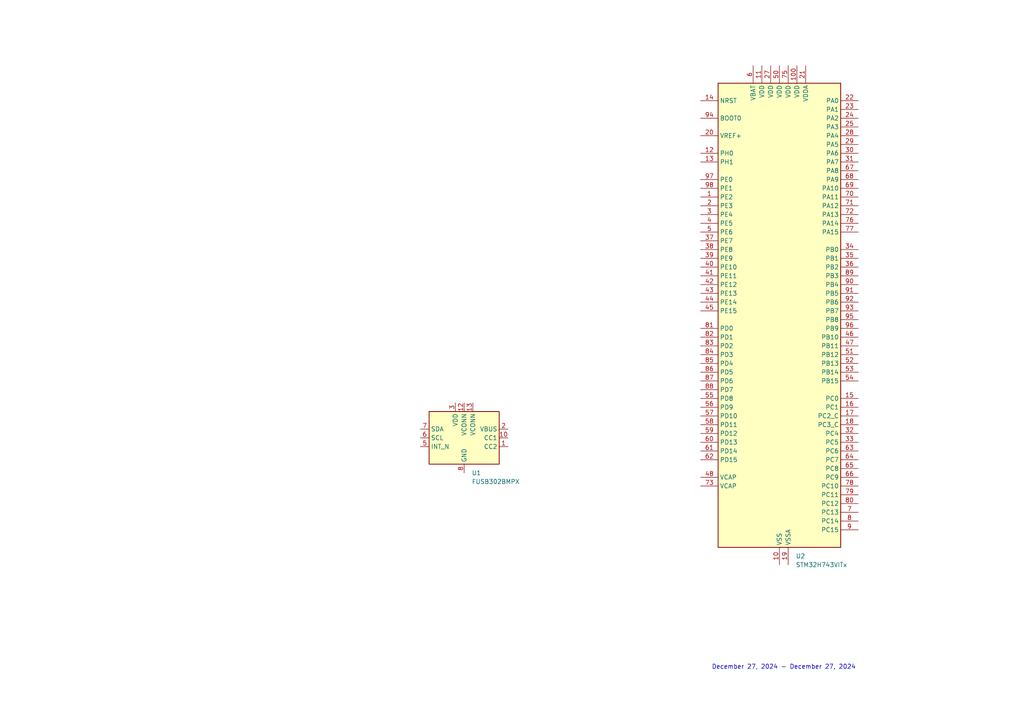
<source format=kicad_sch>
(kicad_sch (version 20231120) (generator "eeschema") (generator_version "8.0")
  (paper "A4")
  (lib_symbols
    (symbol "Interface_USB:FUSB302BMPX"
      (property "Reference" "U" (at -10.16 8.89 0))
      (property "Value" "FUSB302BMPX" (at 3.81 8.89 0))
      (symbol "FUSB302BMPX_0_1"
        (rectangle (start -10.16 7.62) (end 10.16 -7.62) (stroke (width 0.254)) (fill (type background)))
      )
      (symbol "FUSB302BMPX_1_1"
        (pin bidirectional line (at 12.7 -2.54 180) (length 2.54) (name "CC2") (number "1"))
        (pin bidirectional line (at 12.7 0 180) (length 2.54) (name "CC1") (number "10"))
        (pin bidirectional line (at 12.7 0 180) (length 2.54) hide (name "CC1") (number "11"))
        (pin power_in line (at 0 10.16 270) (length 2.54) (name "VCONN") (number "12"))
        (pin power_in line (at 2.54 10.16 270) (length 2.54) (name "VCONN") (number "13"))
        (pin bidirectional line (at 12.7 -2.54 180) (length 2.54) hide (name "CC2") (number "14"))
        (pin passive line (at 0 -10.16 90) (length 2.54) hide (name "GND") (number "15"))
        (pin input line (at 12.7 2.54 180) (length 2.54) (name "VBUS") (number "2"))
        (pin power_in line (at -2.54 10.16 270) (length 2.54) (name "VDD") (number "3"))
        (pin passive line (at -2.54 10.16 270) (length 2.54) hide (name "VDD") (number "4"))
        (pin open_collector line (at -12.7 -2.54 0) (length 2.54) (name "INT_N") (number "5"))
        (pin input line (at -12.7 0 0) (length 2.54) (name "SCL") (number "6"))
        (pin bidirectional line (at -12.7 2.54 0) (length 2.54) (name "SDA") (number "7"))
        (pin power_in line (at 0 -10.16 90) (length 2.54) (name "GND") (number "8"))
        (pin passive line (at 0 -10.16 90) (length 2.54) hide (name "GND") (number "9"))
      )
    )
    (symbol "MCU_ST_STM32H7:STM32H743VITx"
      (property "Reference" "U" (at -17.78 69.85 0))
      (property "Value" "STM32H743VITx" (at 10.16 69.85 0))
      (symbol "STM32H743VITx_0_1"
        (rectangle (start -17.78 -66.04) (end 17.78 68.58) (stroke (width 0.254)) (fill (type background)))
      )
      (symbol "STM32H743VITx_1_1"
        (pin bidirectional line (at -22.86 35.56 0) (length 5.08) (name "PE2") (number "1"))
        (pin power_in line (at 0 -71.12 90) (length 5.08) (name "VSS") (number "10"))
        (pin power_in line (at 5.08 73.66 270) (length 5.08) (name "VDD") (number "100"))
        (pin power_in line (at -5.08 73.66 270) (length 5.08) (name "VDD") (number "11"))
        (pin bidirectional line (at -22.86 48.26 0) (length 5.08) (name "PH0") (number "12"))
        (pin bidirectional line (at -22.86 45.72 0) (length 5.08) (name "PH1") (number "13"))
        (pin input line (at -22.86 63.5 0) (length 5.08) (name "NRST") (number "14"))
        (pin bidirectional line (at 22.86 -22.86 180) (length 5.08) (name "PC0") (number "15"))
        (pin bidirectional line (at 22.86 -25.4 180) (length 5.08) (name "PC1") (number "16"))
        (pin bidirectional line (at 22.86 -27.94 180) (length 5.08) (name "PC2_C") (number "17"))
        (pin bidirectional line (at 22.86 -30.48 180) (length 5.08) (name "PC3_C") (number "18"))
        (pin power_in line (at 2.54 -71.12 90) (length 5.08) (name "VSSA") (number "19"))
        (pin bidirectional line (at -22.86 33.02 0) (length 5.08) (name "PE3") (number "2"))
        (pin input line (at -22.86 53.34 0) (length 5.08) (name "VREF+") (number "20"))
        (pin power_in line (at 7.62 73.66 270) (length 5.08) (name "VDDA") (number "21"))
        (pin bidirectional line (at 22.86 63.5 180) (length 5.08) (name "PA0") (number "22"))
        (pin bidirectional line (at 22.86 60.96 180) (length 5.08) (name "PA1") (number "23"))
        (pin bidirectional line (at 22.86 58.42 180) (length 5.08) (name "PA2") (number "24"))
        (pin bidirectional line (at 22.86 55.88 180) (length 5.08) (name "PA3") (number "25"))
        (pin passive line (at 0 -71.12 90) (length 5.08) hide (name "VSS") (number "26"))
        (pin power_in line (at -2.54 73.66 270) (length 5.08) (name "VDD") (number "27"))
        (pin bidirectional line (at 22.86 53.34 180) (length 5.08) (name "PA4") (number "28"))
        (pin bidirectional line (at 22.86 50.8 180) (length 5.08) (name "PA5") (number "29"))
        (pin bidirectional line (at -22.86 30.48 0) (length 5.08) (name "PE4") (number "3"))
        (pin bidirectional line (at 22.86 48.26 180) (length 5.08) (name "PA6") (number "30"))
        (pin bidirectional line (at 22.86 45.72 180) (length 5.08) (name "PA7") (number "31"))
        (pin bidirectional line (at 22.86 -33.02 180) (length 5.08) (name "PC4") (number "32"))
        (pin bidirectional line (at 22.86 -35.56 180) (length 5.08) (name "PC5") (number "33"))
        (pin bidirectional line (at 22.86 20.32 180) (length 5.08) (name "PB0") (number "34"))
        (pin bidirectional line (at 22.86 17.78 180) (length 5.08) (name "PB1") (number "35"))
        (pin bidirectional line (at 22.86 15.24 180) (length 5.08) (name "PB2") (number "36"))
        (pin bidirectional line (at -22.86 22.86 0) (length 5.08) (name "PE7") (number "37"))
        (pin bidirectional line (at -22.86 20.32 0) (length 5.08) (name "PE8") (number "38"))
        (pin bidirectional line (at -22.86 17.78 0) (length 5.08) (name "PE9") (number "39"))
        (pin bidirectional line (at -22.86 27.94 0) (length 5.08) (name "PE5") (number "4"))
        (pin bidirectional line (at -22.86 15.24 0) (length 5.08) (name "PE10") (number "40"))
        (pin bidirectional line (at -22.86 12.7 0) (length 5.08) (name "PE11") (number "41"))
        (pin bidirectional line (at -22.86 10.16 0) (length 5.08) (name "PE12") (number "42"))
        (pin bidirectional line (at -22.86 7.62 0) (length 5.08) (name "PE13") (number "43"))
        (pin bidirectional line (at -22.86 5.08 0) (length 5.08) (name "PE14") (number "44"))
        (pin bidirectional line (at -22.86 2.54 0) (length 5.08) (name "PE15") (number "45"))
        (pin bidirectional line (at 22.86 -5.08 180) (length 5.08) (name "PB10") (number "46"))
        (pin bidirectional line (at 22.86 -7.62 180) (length 5.08) (name "PB11") (number "47"))
        (pin power_out line (at -22.86 -45.72 0) (length 5.08) (name "VCAP") (number "48"))
        (pin passive line (at 0 -71.12 90) (length 5.08) hide (name "VSS") (number "49"))
        (pin bidirectional line (at -22.86 25.4 0) (length 5.08) (name "PE6") (number "5"))
        (pin power_in line (at 0 73.66 270) (length 5.08) (name "VDD") (number "50"))
        (pin bidirectional line (at 22.86 -10.16 180) (length 5.08) (name "PB12") (number "51"))
        (pin bidirectional line (at 22.86 -12.7 180) (length 5.08) (name "PB13") (number "52"))
        (pin bidirectional line (at 22.86 -15.24 180) (length 5.08) (name "PB14") (number "53"))
        (pin bidirectional line (at 22.86 -17.78 180) (length 5.08) (name "PB15") (number "54"))
        (pin bidirectional line (at -22.86 -22.86 0) (length 5.08) (name "PD8") (number "55"))
        (pin bidirectional line (at -22.86 -25.4 0) (length 5.08) (name "PD9") (number "56"))
        (pin bidirectional line (at -22.86 -27.94 0) (length 5.08) (name "PD10") (number "57"))
        (pin bidirectional line (at -22.86 -30.48 0) (length 5.08) (name "PD11") (number "58"))
        (pin bidirectional line (at -22.86 -33.02 0) (length 5.08) (name "PD12") (number "59"))
        (pin power_in line (at -7.62 73.66 270) (length 5.08) (name "VBAT") (number "6"))
        (pin bidirectional line (at -22.86 -35.56 0) (length 5.08) (name "PD13") (number "60"))
        (pin bidirectional line (at -22.86 -38.1 0) (length 5.08) (name "PD14") (number "61"))
        (pin bidirectional line (at -22.86 -40.64 0) (length 5.08) (name "PD15") (number "62"))
        (pin bidirectional line (at 22.86 -38.1 180) (length 5.08) (name "PC6") (number "63"))
        (pin bidirectional line (at 22.86 -40.64 180) (length 5.08) (name "PC7") (number "64"))
        (pin bidirectional line (at 22.86 -43.18 180) (length 5.08) (name "PC8") (number "65"))
        (pin bidirectional line (at 22.86 -45.72 180) (length 5.08) (name "PC9") (number "66"))
        (pin bidirectional line (at 22.86 43.18 180) (length 5.08) (name "PA8") (number "67"))
        (pin bidirectional line (at 22.86 40.64 180) (length 5.08) (name "PA9") (number "68"))
        (pin bidirectional line (at 22.86 38.1 180) (length 5.08) (name "PA10") (number "69"))
        (pin bidirectional line (at 22.86 -55.88 180) (length 5.08) (name "PC13") (number "7"))
        (pin bidirectional line (at 22.86 35.56 180) (length 5.08) (name "PA11") (number "70"))
        (pin bidirectional line (at 22.86 33.02 180) (length 5.08) (name "PA12") (number "71"))
        (pin bidirectional line (at 22.86 30.48 180) (length 5.08) (name "PA13") (number "72"))
        (pin power_out line (at -22.86 -48.26 0) (length 5.08) (name "VCAP") (number "73"))
        (pin passive line (at 0 -71.12 90) (length 5.08) hide (name "VSS") (number "74"))
        (pin power_in line (at 2.54 73.66 270) (length 5.08) (name "VDD") (number "75"))
        (pin bidirectional line (at 22.86 27.94 180) (length 5.08) (name "PA14") (number "76"))
        (pin bidirectional line (at 22.86 25.4 180) (length 5.08) (name "PA15") (number "77"))
        (pin bidirectional line (at 22.86 -48.26 180) (length 5.08) (name "PC10") (number "78"))
        (pin bidirectional line (at 22.86 -50.8 180) (length 5.08) (name "PC11") (number "79"))
        (pin bidirectional line (at 22.86 -58.42 180) (length 5.08) (name "PC14") (number "8"))
        (pin bidirectional line (at 22.86 -53.34 180) (length 5.08) (name "PC12") (number "80"))
        (pin bidirectional line (at -22.86 -2.54 0) (length 5.08) (name "PD0") (number "81"))
        (pin bidirectional line (at -22.86 -5.08 0) (length 5.08) (name "PD1") (number "82"))
        (pin bidirectional line (at -22.86 -7.62 0) (length 5.08) (name "PD2") (number "83"))
        (pin bidirectional line (at -22.86 -10.16 0) (length 5.08) (name "PD3") (number "84"))
        (pin bidirectional line (at -22.86 -12.7 0) (length 5.08) (name "PD4") (number "85"))
        (pin bidirectional line (at -22.86 -15.24 0) (length 5.08) (name "PD5") (number "86"))
        (pin bidirectional line (at -22.86 -17.78 0) (length 5.08) (name "PD6") (number "87"))
        (pin bidirectional line (at -22.86 -20.32 0) (length 5.08) (name "PD7") (number "88"))
        (pin bidirectional line (at 22.86 12.7 180) (length 5.08) (name "PB3") (number "89"))
        (pin bidirectional line (at 22.86 -60.96 180) (length 5.08) (name "PC15") (number "9"))
        (pin bidirectional line (at 22.86 10.16 180) (length 5.08) (name "PB4") (number "90"))
        (pin bidirectional line (at 22.86 7.62 180) (length 5.08) (name "PB5") (number "91"))
        (pin bidirectional line (at 22.86 5.08 180) (length 5.08) (name "PB6") (number "92"))
        (pin bidirectional line (at 22.86 2.54 180) (length 5.08) (name "PB7") (number "93"))
        (pin input line (at -22.86 58.42 0) (length 5.08) (name "BOOT0") (number "94"))
        (pin bidirectional line (at 22.86 0 180) (length 5.08) (name "PB8") (number "95"))
        (pin bidirectional line (at 22.86 -2.54 180) (length 5.08) (name "PB9") (number "96"))
        (pin bidirectional line (at -22.86 40.64 0) (length 5.08) (name "PE0") (number "97"))
        (pin bidirectional line (at -22.86 38.1 0) (length 5.08) (name "PE1") (number "98"))
        (pin passive line (at 0 -71.12 90) (length 5.08) hide (name "VSS") (number "99"))
      )
    )
  )
  (text "December 27, 2024 - December 27, 2024" (at 227.33 193.548 0) (effects (font (size 1.27 1.27))))
  (symbol (lib_id "MCU_ST_STM32H7:STM32H743VITx") (at 226.06 92.71 0) (unit 1)
    (property "Reference" "U2" (at 230.7941 161.29 0) (effects (justify left)))
    (property "Value" "STM32H743VITx" (at 230.7941 163.83 0) (effects (justify left)))
    (property "Footprint" "Package_QFP:LQFP-100_14x14mm_P0.5mm" (effects (hide yes)))
    (property "Datasheet" "https://www.st.com/resource/en/datasheet/stm32h743vi.pdf" (effects (hide yes)))
    (property "Description" "STMicroelectronics Arm Cortex-M7 MCU, 2048KB flash, 1024KB RAM, 480 MHz, 1.71-3.6V, 82 GPIO, LQFP100" (effects (hide yes)))
  )
  (symbol (lib_id "Interface_USB:FUSB302BMPX") (at 134.62 127 0) (unit 1)
    (property "Reference" "U1" (at 136.8141 137.16 0) (effects (justify left)))
    (property "Value" "FUSB302BMPX" (at 136.8141 139.7 0) (effects (justify left)))
    (property "Footprint" "Package_DFN_QFN:WQFN-14-1EP_2.5x2.5mm_P0.5mm_EP1.45x1.45mm" (effects (hide yes)))
    (property "Datasheet" "http://www.onsemi.com/pub/Collateral/FUSB302B-D.PDF" (effects (hide yes)))
    (property "Description" "Programmable USB Type-C Controller w/PD, I2C address 0x22, WQFN-14" (effects (hide yes)))
  )
)
</source>
